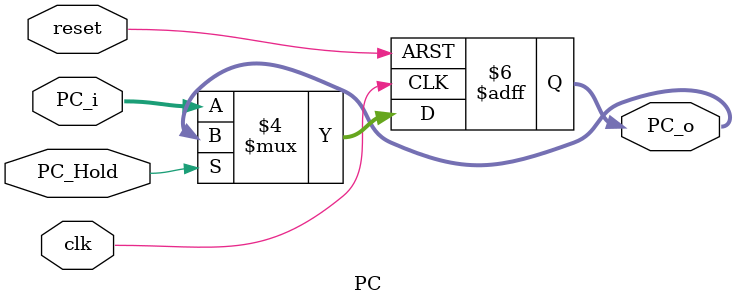
<source format=v>
`timescale 1ns / 1ps


module PC
(
    input wire clk,
    input wire reset,
    input wire [31:0] PC_i,
    input wire PC_Hold,
    output reg [31:0] PC_o
);

initial begin
    PC_o <= 0;
end

always @(posedge clk or posedge reset) begin
    if (reset) begin
        PC_o <= 0;
    end
    else begin
        if (!PC_Hold) PC_o <= PC_i;
    end
end

endmodule

</source>
